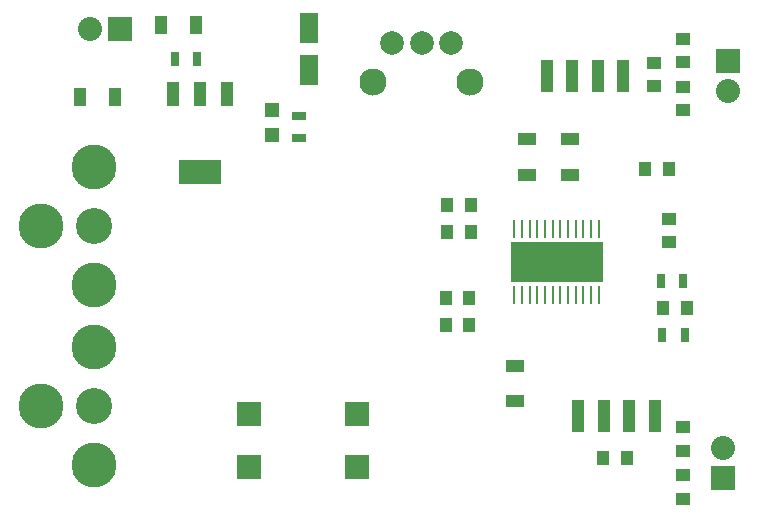
<source format=gts>
G04 #@! TF.FileFunction,Soldermask,Top*
%FSLAX46Y46*%
G04 Gerber Fmt 4.6, Leading zero omitted, Abs format (unit mm)*
G04 Created by KiCad (PCBNEW 4.0.0-2.201512072331+6194~38~ubuntu14.04.1-stable) date Tue 16 Aug 2016 09:34:35 AM CEST*
%MOMM*%
G01*
G04 APERTURE LIST*
%ADD10C,0.100000*%
%ADD11C,3.810000*%
%ADD12C,3.048000*%
%ADD13R,1.000000X1.600000*%
%ADD14R,1.250000X1.000000*%
%ADD15R,1.600000X1.000000*%
%ADD16R,1.600200X2.600960*%
%ADD17R,1.000000X1.250000*%
%ADD18R,0.990600X2.692400*%
%ADD19R,2.032000X2.032000*%
%ADD20O,2.032000X2.032000*%
%ADD21R,0.700000X1.300000*%
%ADD22C,2.000000*%
%ADD23C,2.300000*%
%ADD24R,2.108200X2.108200*%
%ADD25R,3.657600X2.032000*%
%ADD26R,1.016000X2.032000*%
%ADD27R,1.300000X0.700000*%
%ADD28R,1.198880X1.198880*%
%ADD29R,0.250000X1.550000*%
%ADD30R,7.800000X3.400000*%
%ADD31C,0.508000*%
G04 APERTURE END LIST*
D10*
D11*
X101600000Y-116840000D03*
X106095800Y-111836200D03*
X106095800Y-121843800D03*
D12*
X106095800Y-116840000D03*
D13*
X104926000Y-90678000D03*
X107926000Y-90678000D03*
X111784000Y-84582000D03*
X114784000Y-84582000D03*
D14*
X153543000Y-89773000D03*
X153543000Y-87773000D03*
X155956000Y-85741000D03*
X155956000Y-87741000D03*
D15*
X142748000Y-94258000D03*
X142748000Y-97258000D03*
D16*
X124333000Y-84813140D03*
X124333000Y-88414860D03*
D15*
X141732000Y-116435000D03*
X141732000Y-113435000D03*
X146431000Y-94258000D03*
X146431000Y-97258000D03*
D14*
X155956000Y-91805000D03*
X155956000Y-89805000D03*
D17*
X151241000Y-121285000D03*
X149241000Y-121285000D03*
D14*
X155956000Y-122698000D03*
X155956000Y-124698000D03*
D17*
X138033000Y-99822000D03*
X136033000Y-99822000D03*
X138033000Y-102108000D03*
X136033000Y-102108000D03*
X137906000Y-109982000D03*
X135906000Y-109982000D03*
X137906000Y-107696000D03*
X135906000Y-107696000D03*
D14*
X155956000Y-120634000D03*
X155956000Y-118634000D03*
D17*
X154321000Y-108585000D03*
X156321000Y-108585000D03*
D14*
X154813000Y-100981000D03*
X154813000Y-102981000D03*
D17*
X154797000Y-96774000D03*
X152797000Y-96774000D03*
D18*
X144449800Y-88900000D03*
X146634200Y-88900000D03*
X150952200Y-88900000D03*
X148767800Y-88900000D03*
X147116800Y-117729000D03*
X149301200Y-117729000D03*
X153619200Y-117729000D03*
X151434800Y-117729000D03*
D19*
X108331000Y-84963000D03*
D20*
X105791000Y-84963000D03*
D21*
X114869000Y-87503000D03*
X112969000Y-87503000D03*
X156144000Y-110871000D03*
X154244000Y-110871000D03*
X154117000Y-106299000D03*
X156017000Y-106299000D03*
D22*
X136358000Y-86106000D03*
X133858000Y-86106000D03*
X131358000Y-86106000D03*
D23*
X137958000Y-89406000D03*
X129758000Y-89406000D03*
D19*
X159766000Y-87630000D03*
D20*
X159766000Y-90170000D03*
D19*
X159385000Y-122936000D03*
D20*
X159385000Y-120396000D03*
D24*
X128384300Y-122008900D03*
X119265700Y-122008900D03*
X128384300Y-117513100D03*
X119265700Y-117513100D03*
D25*
X115062000Y-97028000D03*
D26*
X115062000Y-90424000D03*
X112776000Y-90424000D03*
X117348000Y-90424000D03*
D27*
X123444000Y-94168000D03*
X123444000Y-92268000D03*
D11*
X101600000Y-101600000D03*
X106095800Y-96596200D03*
X106095800Y-106603800D03*
D12*
X106095800Y-101600000D03*
D28*
X121158000Y-91787980D03*
X121158000Y-93886020D03*
D29*
X141713000Y-107448000D03*
X142363000Y-107448000D03*
X143013000Y-107448000D03*
X143663000Y-107448000D03*
X144313000Y-107448000D03*
X144963000Y-107448000D03*
X145613000Y-107448000D03*
X146263000Y-107448000D03*
X146913000Y-107448000D03*
X147563000Y-107448000D03*
X148213000Y-107448000D03*
X148863000Y-107448000D03*
X148863000Y-101848000D03*
X148213000Y-101848000D03*
X147563000Y-101848000D03*
X146913000Y-101848000D03*
X146263000Y-101848000D03*
X145613000Y-101848000D03*
X144963000Y-101848000D03*
X144313000Y-101848000D03*
X143663000Y-101848000D03*
X143013000Y-101848000D03*
X142363000Y-101848000D03*
X141713000Y-101848000D03*
D30*
X145288000Y-104648000D03*
D31*
X142038000Y-103598000D03*
X143338000Y-103598000D03*
X144638000Y-103598000D03*
X145938000Y-103598000D03*
X147238000Y-103598000D03*
X148538000Y-103598000D03*
X142038000Y-104648000D03*
X143338000Y-104648000D03*
X144638000Y-104648000D03*
X145938000Y-104648000D03*
X147238000Y-104648000D03*
X148538000Y-104648000D03*
X142038000Y-105698000D03*
X143338000Y-105698000D03*
X144638000Y-105698000D03*
X145938000Y-105698000D03*
X147238000Y-105698000D03*
X148538000Y-105698000D03*
M02*

</source>
